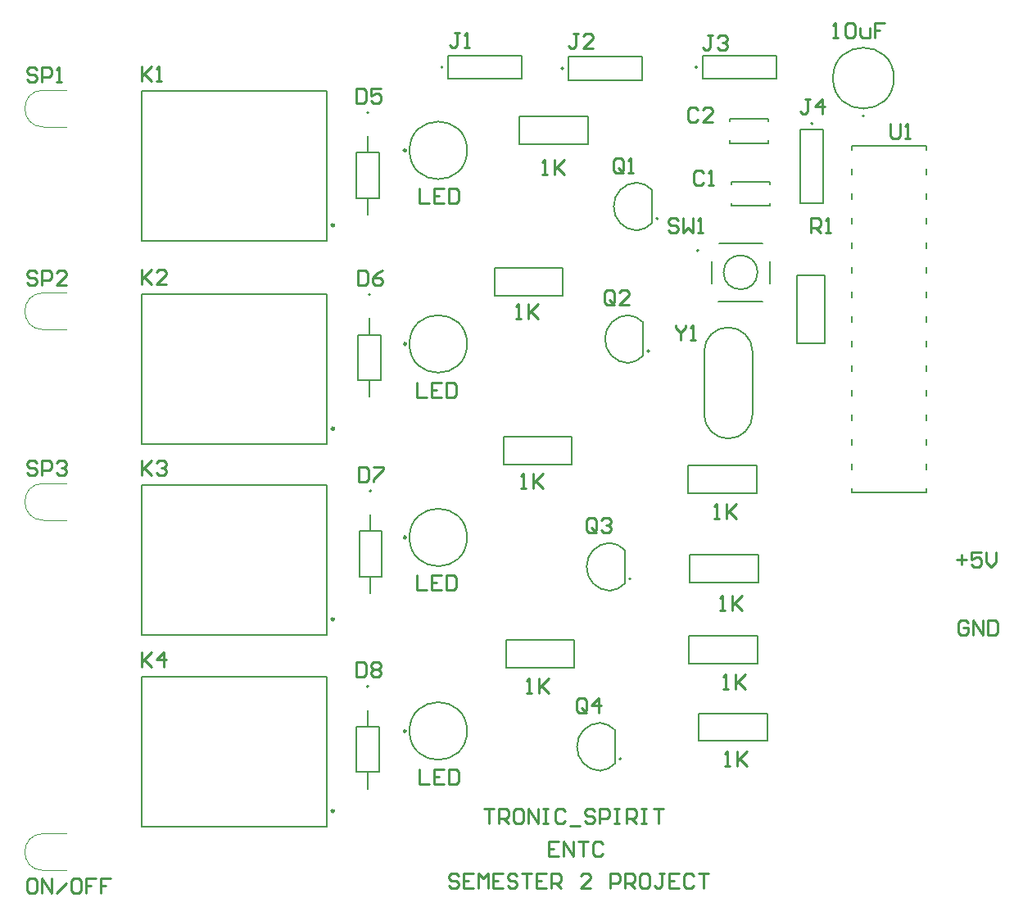
<source format=gto>
G04*
G04 #@! TF.GenerationSoftware,Altium Limited,Altium Designer,24.4.1 (13)*
G04*
G04 Layer_Color=65535*
%FSLAX44Y44*%
%MOMM*%
G71*
G04*
G04 #@! TF.SameCoordinates,55CC3119-2231-4384-B402-45A8E2456881*
G04*
G04*
G04 #@! TF.FilePolarity,Positive*
G04*
G01*
G75*
%ADD10C,0.2000*%
%ADD11C,0.1270*%
%ADD12C,0.1500*%
%ADD13C,0.2500*%
%ADD14C,0.3000*%
%ADD15C,0.1000*%
%ADD16C,0.1524*%
%ADD17C,0.2540*%
D10*
X361000Y870000D02*
G03*
X361000Y870000I-1000J0D01*
G01*
X363000Y682000D02*
G03*
X363000Y682000I-1000J0D01*
G01*
X364000Y479000D02*
G03*
X364000Y479000I-1000J0D01*
G01*
X361000Y277000D02*
G03*
X361000Y277000I-1000J0D01*
G01*
X660050Y760500D02*
G03*
X660050Y760500I-1000J0D01*
G01*
X651050Y623500D02*
G03*
X651050Y623500I-1000J0D01*
G01*
X632050Y388200D02*
G03*
X632050Y388200I-1000J0D01*
G01*
X622050Y202200D02*
G03*
X622050Y202200I-1000J0D01*
G01*
X873490Y866640D02*
G03*
X873490Y866640I-1000J0D01*
G01*
X437730Y917070D02*
G03*
X437730Y917070I-1000J0D01*
G01*
X562190Y915800D02*
G03*
X562190Y915800I-1000J0D01*
G01*
X700620Y917070D02*
G03*
X700620Y917070I-1000J0D01*
G01*
X820150Y858800D02*
G03*
X820150Y858800I-1000J0D01*
G01*
X702040Y727480D02*
G03*
X702040Y727480I-1000J0D01*
G01*
X735650Y796010D02*
Y798760D01*
Y773760D02*
Y776510D01*
Y773760D02*
X775650D01*
Y796010D02*
Y798760D01*
Y773760D02*
Y776510D01*
X735650Y798760D02*
X775650D01*
X734380Y860780D02*
Y863530D01*
Y838530D02*
Y841280D01*
Y838530D02*
X774380D01*
Y860780D02*
Y863530D01*
Y838530D02*
Y841280D01*
X734380Y863530D02*
X774380D01*
D11*
X653688Y790316D02*
G03*
X638424Y797761I-17330J-16160D01*
G01*
X638398Y797748D02*
G03*
X614352Y772848I427J-24473D01*
G01*
Y773152D02*
G03*
X638398Y748252I24473J-427D01*
G01*
X638424Y748239D02*
G03*
X653688Y755684I-2065J23605D01*
G01*
X629424Y611239D02*
G03*
X644688Y618684I-2065J23605D01*
G01*
X605352Y636152D02*
G03*
X629398Y611252I24473J-427D01*
G01*
Y660748D02*
G03*
X605352Y635848I427J-24473D01*
G01*
X644688Y653316D02*
G03*
X629424Y660761I-17330J-16160D01*
G01*
X625688Y418016D02*
G03*
X610424Y425461I-17330J-16160D01*
G01*
X610398Y425448D02*
G03*
X586352Y400548I427J-24473D01*
G01*
Y400852D02*
G03*
X610398Y375952I24473J-427D01*
G01*
X610424Y375939D02*
G03*
X625688Y383384I-2065J23605D01*
G01*
X600424Y189939D02*
G03*
X615688Y197384I-2065J23605D01*
G01*
X576352Y214852D02*
G03*
X600398Y189952I24473J-427D01*
G01*
Y239448D02*
G03*
X576352Y214548I427J-24473D01*
G01*
X615688Y232016D02*
G03*
X600424Y239461I-17330J-16160D01*
G01*
X732790Y648180D02*
G03*
X707790Y623180I0J-25000D01*
G01*
X757790D02*
G03*
X732790Y648180I-25000J0D01*
G01*
X707790Y558180D02*
G03*
X732790Y533180I25000J0D01*
G01*
D02*
G03*
X757790Y558180I0J25000D01*
G01*
X903990Y905640D02*
G03*
X903990Y905640I-31500J0D01*
G01*
X763040Y704980D02*
G03*
X763040Y704980I-17550J0D01*
G01*
X371750Y781500D02*
Y828500D01*
X360000Y781500D02*
X371750D01*
X348250D02*
X360000D01*
X348250D02*
Y828500D01*
X360000D01*
X371750D01*
X360000Y764350D02*
Y781500D01*
Y828500D02*
Y845650D01*
X373750Y593500D02*
Y640500D01*
X362000Y593500D02*
X373750D01*
X350250D02*
X362000D01*
X350250D02*
Y640500D01*
X362000D01*
X373750D01*
X362000Y576350D02*
Y593500D01*
Y640500D02*
Y657650D01*
X374750Y390500D02*
Y437500D01*
X363000Y390500D02*
X374750D01*
X351250D02*
X363000D01*
X351250D02*
Y437500D01*
X363000D01*
X374750D01*
X363000Y373350D02*
Y390500D01*
Y437500D02*
Y454650D01*
X371750Y188500D02*
Y235500D01*
X360000Y188500D02*
X371750D01*
X348250D02*
X360000D01*
X348250D02*
Y235500D01*
X360000D01*
X371750D01*
X360000Y171350D02*
Y188500D01*
Y235500D02*
Y252650D01*
X653750Y755750D02*
Y790250D01*
X644750Y618750D02*
Y653250D01*
X625750Y383450D02*
Y417950D01*
X615750Y197450D02*
Y231950D01*
X707790Y558180D02*
Y623180D01*
X757790Y558180D02*
Y623180D01*
X443230Y905020D02*
Y929120D01*
X519430Y905020D02*
Y929120D01*
X443230D02*
X519430D01*
X443230Y905020D02*
X519430D01*
X567690Y903750D02*
Y927850D01*
X643890Y903750D02*
Y927850D01*
X567690D02*
X643890D01*
X567690Y903750D02*
X643890D01*
X706120Y905020D02*
Y929120D01*
X782320Y905020D02*
Y929120D01*
X706120D02*
X782320D01*
X706120Y905020D02*
X782320D01*
X807100Y852300D02*
X831200D01*
X807100Y776100D02*
X831200D01*
Y852300D01*
X807100Y776100D02*
Y852300D01*
X317500Y527230D02*
Y682230D01*
X126500Y527230D02*
X317500D01*
X126500D02*
Y682230D01*
X317500D01*
Y330380D02*
Y485380D01*
X126500Y330380D02*
X317500D01*
X126500D02*
Y485380D01*
X317500D01*
Y132260D02*
Y287260D01*
X126500Y132260D02*
X317500D01*
X126500D02*
Y287260D01*
X317500D01*
Y737400D02*
Y892400D01*
X126500Y737400D02*
X317500D01*
X126500D02*
Y892400D01*
X317500D01*
X723490Y734930D02*
X768490D01*
X775490Y693480D02*
Y716480D01*
X722490Y675030D02*
X768490D01*
X715540Y693480D02*
Y716480D01*
D12*
X462750Y831000D02*
G03*
X462750Y831000I-29750J0D01*
G01*
Y431000D02*
G03*
X462750Y431000I-29750J0D01*
G01*
Y231000D02*
G03*
X462750Y231000I-29750J0D01*
G01*
Y631000D02*
G03*
X462750Y631000I-29750J0D01*
G01*
D13*
X399750Y831000D02*
G03*
X399750Y831000I-1250J0D01*
G01*
Y431000D02*
G03*
X399750Y431000I-1250J0D01*
G01*
Y231000D02*
G03*
X399750Y231000I-1250J0D01*
G01*
Y631000D02*
G03*
X399750Y631000I-1250J0D01*
G01*
D14*
X325000Y543540D02*
G03*
X325000Y543540I-1000J0D01*
G01*
Y346690D02*
G03*
X325000Y346690I-1000J0D01*
G01*
Y148570D02*
G03*
X325000Y148570I-1000J0D01*
G01*
Y753710D02*
G03*
X325000Y753710I-1000J0D01*
G01*
D15*
X24660Y893280D02*
G03*
X24660Y855280I0J-19000D01*
G01*
Y683730D02*
G03*
X24660Y645730I0J-19000D01*
G01*
Y486880D02*
G03*
X24660Y448880I0J-19000D01*
G01*
Y124930D02*
G03*
X24660Y86930I0J-19000D01*
G01*
Y893280D02*
X48790D01*
X24660Y855280D02*
X48790D01*
X24660Y683730D02*
X48790D01*
X24660Y645730D02*
X48790D01*
X24660Y486880D02*
X48790D01*
X24660Y448880D02*
X48790D01*
X24660Y124930D02*
X48790D01*
X24660Y86930D02*
X48790D01*
D16*
X937895Y806331D02*
Y811909D01*
Y780931D02*
Y786509D01*
Y755531D02*
Y761109D01*
Y730131D02*
Y735709D01*
Y704731D02*
Y710309D01*
Y679331D02*
Y684909D01*
Y653931D02*
Y659509D01*
Y628531D02*
Y634109D01*
Y603131D02*
Y608709D01*
Y577731D02*
Y583309D01*
Y552331D02*
Y557909D01*
Y526931D02*
Y532509D01*
Y501531D02*
Y507109D01*
X860425Y477650D02*
Y481709D01*
Y501531D02*
Y507109D01*
Y526931D02*
Y532509D01*
Y552331D02*
Y557909D01*
Y577731D02*
Y583309D01*
Y603131D02*
Y608709D01*
Y628531D02*
Y634109D01*
Y653931D02*
Y659509D01*
Y679331D02*
Y684909D01*
Y704731D02*
Y710309D01*
Y730131D02*
Y735709D01*
Y755531D02*
Y761109D01*
Y780931D02*
Y786509D01*
Y806331D02*
Y811889D01*
Y831751D02*
Y835790D01*
X937895D01*
Y477650D02*
Y481709D01*
X860425Y477650D02*
X937895D01*
Y831731D02*
Y835790D01*
X803529Y702186D02*
X832231D01*
Y631574D02*
Y702186D01*
X803529Y631574D02*
X832231D01*
X803529D02*
Y702186D01*
X491114Y680649D02*
Y709351D01*
X561726D01*
Y680649D02*
Y709351D01*
X491114Y680649D02*
X561726D01*
X500274Y506649D02*
Y535351D01*
X570886D01*
Y506649D02*
Y535351D01*
X500274Y506649D02*
X570886D01*
X503274Y296649D02*
Y325351D01*
X573886D01*
Y296649D02*
Y325351D01*
X503274Y296649D02*
X573886D01*
X517114Y837649D02*
Y866351D01*
X587726D01*
Y837649D02*
Y866351D01*
X517114Y837649D02*
X587726D01*
X691274Y476649D02*
Y505351D01*
X761886D01*
Y476649D02*
Y505351D01*
X691274Y476649D02*
X761886D01*
X693114Y384649D02*
Y413351D01*
X763726D01*
Y384649D02*
Y413351D01*
X693114Y384649D02*
X763726D01*
X692114Y300649D02*
Y329351D01*
X762726D01*
Y300649D02*
Y329351D01*
X692114Y300649D02*
X762726D01*
X702274Y220649D02*
Y249351D01*
X772886D01*
Y220649D02*
Y249351D01*
X702274Y220649D02*
X772886D01*
D17*
X413687Y791618D02*
Y776383D01*
X423843D01*
X439078Y791618D02*
X428922D01*
Y776383D01*
X439078D01*
X428922Y784000D02*
X434000D01*
X444157Y791618D02*
Y776383D01*
X451774D01*
X454313Y778922D01*
Y789078D01*
X451774Y791618D01*
X444157D01*
X413687Y191618D02*
Y176383D01*
X423843D01*
X439078Y191618D02*
X428922D01*
Y176383D01*
X439078D01*
X428922Y184000D02*
X434000D01*
X444157Y191618D02*
Y176383D01*
X451774D01*
X454313Y178922D01*
Y189078D01*
X451774Y191618D01*
X444157D01*
X410687Y391618D02*
Y376382D01*
X420843D01*
X436078Y391618D02*
X425922D01*
Y376382D01*
X436078D01*
X425922Y384000D02*
X431000D01*
X441157Y391618D02*
Y376382D01*
X448774D01*
X451313Y378922D01*
Y389078D01*
X448774Y391618D01*
X441157D01*
X410687Y590617D02*
Y575382D01*
X420843D01*
X436078Y590617D02*
X425922D01*
Y575382D01*
X436078D01*
X425922Y583000D02*
X431000D01*
X441157Y590617D02*
Y575382D01*
X448774D01*
X451313Y577922D01*
Y588078D01*
X448774Y590617D01*
X441157D01*
X126238Y510919D02*
Y495684D01*
Y500762D01*
X136395Y510919D01*
X128777Y503302D01*
X136395Y495684D01*
X141473Y508380D02*
X144012Y510919D01*
X149091D01*
X151630Y508380D01*
Y505841D01*
X149091Y503302D01*
X146551D01*
X149091D01*
X151630Y500762D01*
Y498223D01*
X149091Y495684D01*
X144012D01*
X141473Y498223D01*
X729574Y194382D02*
X734652D01*
X732113D01*
Y209618D01*
X729574Y207078D01*
X742270Y209618D02*
Y194382D01*
Y199461D01*
X752426Y209618D01*
X744809Y202000D01*
X752426Y194382D01*
X727574Y274382D02*
X732652D01*
X730113D01*
Y289618D01*
X727574Y287078D01*
X740270Y289618D02*
Y274382D01*
Y279461D01*
X750426Y289618D01*
X742809Y282000D01*
X750426Y274382D01*
X724574Y355382D02*
X729652D01*
X727113D01*
Y370617D01*
X724574Y368078D01*
X737270Y370617D02*
Y355382D01*
Y360461D01*
X747426Y370617D01*
X739809Y363000D01*
X747426Y355382D01*
X718574Y450382D02*
X723652D01*
X721113D01*
Y465617D01*
X718574Y463078D01*
X731270Y465617D02*
Y450382D01*
Y455461D01*
X741426Y465617D01*
X733809Y458000D01*
X741426Y450382D01*
X524574Y270382D02*
X529652D01*
X527113D01*
Y285618D01*
X524574Y283078D01*
X537270Y285618D02*
Y270382D01*
Y275461D01*
X547426Y285618D01*
X539809Y278000D01*
X547426Y270382D01*
X518574Y481382D02*
X523652D01*
X521113D01*
Y496618D01*
X518574Y494078D01*
X531270Y496618D02*
Y481382D01*
Y486461D01*
X541426Y496618D01*
X533809Y489000D01*
X541426Y481382D01*
X513574Y657383D02*
X518652D01*
X516113D01*
Y672617D01*
X513574Y670078D01*
X526270Y672617D02*
Y657383D01*
Y662461D01*
X536426Y672617D01*
X528809Y665000D01*
X536426Y657383D01*
X540574Y806383D02*
X545652D01*
X543113D01*
Y821618D01*
X540574Y819078D01*
X553270Y821618D02*
Y806383D01*
Y811461D01*
X563426Y821618D01*
X555809Y814000D01*
X563426Y806383D01*
X126238Y707769D02*
Y692534D01*
Y697612D01*
X136395Y707769D01*
X128777Y700152D01*
X136395Y692534D01*
X151630D02*
X141473D01*
X151630Y702691D01*
Y705230D01*
X149091Y707769D01*
X144012D01*
X141473Y705230D01*
X596389Y438279D02*
Y448436D01*
X593849Y450975D01*
X588771D01*
X586232Y448436D01*
Y438279D01*
X588771Y435740D01*
X593849D01*
X591310Y440818D02*
X596389Y435740D01*
X593849D02*
X596389Y438279D01*
X601467Y448436D02*
X604006Y450975D01*
X609085D01*
X611624Y448436D01*
Y445897D01*
X609085Y443358D01*
X606545D01*
X609085D01*
X611624Y440818D01*
Y438279D01*
X609085Y435740D01*
X604006D01*
X601467Y438279D01*
X453697Y81236D02*
X451157Y83775D01*
X446079D01*
X443540Y81236D01*
Y78697D01*
X446079Y76157D01*
X451157D01*
X453697Y73618D01*
Y71079D01*
X451157Y68540D01*
X446079D01*
X443540Y71079D01*
X468932Y83775D02*
X458775D01*
Y68540D01*
X468932D01*
X458775Y76157D02*
X463853D01*
X474010Y68540D02*
Y83775D01*
X479089Y78697D01*
X484167Y83775D01*
Y68540D01*
X499402Y83775D02*
X489245D01*
Y68540D01*
X499402D01*
X489245Y76157D02*
X494324D01*
X514637Y81236D02*
X512098Y83775D01*
X507020D01*
X504480Y81236D01*
Y78697D01*
X507020Y76157D01*
X512098D01*
X514637Y73618D01*
Y71079D01*
X512098Y68540D01*
X507020D01*
X504480Y71079D01*
X519715Y83775D02*
X529872D01*
X524794D01*
Y68540D01*
X545107Y83775D02*
X534950D01*
Y68540D01*
X545107D01*
X534950Y76157D02*
X540029D01*
X550186Y68540D02*
Y83775D01*
X557803D01*
X560342Y81236D01*
Y76157D01*
X557803Y73618D01*
X550186D01*
X555264D02*
X560342Y68540D01*
X590812D02*
X580656D01*
X590812Y78697D01*
Y81236D01*
X588273Y83775D01*
X583195D01*
X580656Y81236D01*
X611126Y68540D02*
Y83775D01*
X618743D01*
X621283Y81236D01*
Y76157D01*
X618743Y73618D01*
X611126D01*
X626361Y68540D02*
Y83775D01*
X633978D01*
X636518Y81236D01*
Y76157D01*
X633978Y73618D01*
X626361D01*
X631439D02*
X636518Y68540D01*
X649213Y83775D02*
X644135D01*
X641596Y81236D01*
Y71079D01*
X644135Y68540D01*
X649213D01*
X651753Y71079D01*
Y81236D01*
X649213Y83775D01*
X666988D02*
X661909D01*
X664449D01*
Y71079D01*
X661909Y68540D01*
X659370D01*
X656831Y71079D01*
X682223Y83775D02*
X672066D01*
Y68540D01*
X682223D01*
X672066Y76157D02*
X677144D01*
X697458Y81236D02*
X694919Y83775D01*
X689840D01*
X687301Y81236D01*
Y71079D01*
X689840Y68540D01*
X694919D01*
X697458Y71079D01*
X702536Y83775D02*
X712693D01*
X707615D01*
Y68540D01*
X480540Y150314D02*
X490697D01*
X485618D01*
Y135079D01*
X495775D02*
Y150314D01*
X503393D01*
X505932Y147775D01*
Y142697D01*
X503393Y140157D01*
X495775D01*
X500853D02*
X505932Y135079D01*
X518628Y150314D02*
X513549D01*
X511010Y147775D01*
Y137618D01*
X513549Y135079D01*
X518628D01*
X521167Y137618D01*
Y147775D01*
X518628Y150314D01*
X526245Y135079D02*
Y150314D01*
X536402Y135079D01*
Y150314D01*
X541480D02*
X546559D01*
X544020D01*
Y135079D01*
X541480D01*
X546559D01*
X564333Y147775D02*
X561794Y150314D01*
X556715D01*
X554176Y147775D01*
Y137618D01*
X556715Y135079D01*
X561794D01*
X564333Y137618D01*
X569411Y132540D02*
X579568D01*
X594803Y147775D02*
X592264Y150314D01*
X587186D01*
X584646Y147775D01*
Y145236D01*
X587186Y142697D01*
X592264D01*
X594803Y140157D01*
Y137618D01*
X592264Y135079D01*
X587186D01*
X584646Y137618D01*
X599881Y135079D02*
Y150314D01*
X607499D01*
X610038Y147775D01*
Y142697D01*
X607499Y140157D01*
X599881D01*
X615117Y150314D02*
X620195D01*
X617656D01*
Y135079D01*
X615117D01*
X620195D01*
X627812D02*
Y150314D01*
X635430D01*
X637969Y147775D01*
Y142697D01*
X635430Y140157D01*
X627812D01*
X632891D02*
X637969Y135079D01*
X643047Y150314D02*
X648126D01*
X645587D01*
Y135079D01*
X643047D01*
X648126D01*
X655743Y150314D02*
X665900D01*
X660822D01*
Y135079D01*
X557697Y116775D02*
X547540D01*
Y101540D01*
X557697D01*
X547540Y109157D02*
X552618D01*
X562775Y101540D02*
Y116775D01*
X572932Y101540D01*
Y116775D01*
X578010D02*
X588167D01*
X583088D01*
Y101540D01*
X603402Y114236D02*
X600863Y116775D01*
X595784D01*
X593245Y114236D01*
Y104079D01*
X595784Y101540D01*
X600863D01*
X603402Y104079D01*
X126238Y918081D02*
Y902846D01*
Y907924D01*
X136395Y918081D01*
X128777Y910463D01*
X136395Y902846D01*
X141473D02*
X146551D01*
X144012D01*
Y918081D01*
X141473Y915542D01*
X347980Y894967D02*
Y879732D01*
X355597D01*
X358137Y882271D01*
Y892428D01*
X355597Y894967D01*
X347980D01*
X373372D02*
X363215D01*
Y887349D01*
X368293Y889889D01*
X370833D01*
X373372Y887349D01*
Y882271D01*
X370833Y879732D01*
X365754D01*
X363215Y882271D01*
X624329Y810643D02*
Y820800D01*
X621790Y823339D01*
X616711D01*
X614172Y820800D01*
Y810643D01*
X616711Y808104D01*
X621790D01*
X619250Y813182D02*
X624329Y808104D01*
X621790D02*
X624329Y810643D01*
X629407Y808104D02*
X634485D01*
X631946D01*
Y823339D01*
X629407Y820800D01*
X350012Y706753D02*
Y691518D01*
X357630D01*
X360169Y694057D01*
Y704214D01*
X357630Y706753D01*
X350012D01*
X375404D02*
X370325Y704214D01*
X365247Y699136D01*
Y694057D01*
X367786Y691518D01*
X372865D01*
X375404Y694057D01*
Y696596D01*
X372865Y699136D01*
X365247D01*
X615185Y673737D02*
Y683894D01*
X612645Y686433D01*
X607567D01*
X605028Y683894D01*
Y673737D01*
X607567Y671198D01*
X612645D01*
X610106Y676276D02*
X615185Y671198D01*
X612645D02*
X615185Y673737D01*
X630420Y671198D02*
X620263D01*
X630420Y681355D01*
Y683894D01*
X627881Y686433D01*
X622802D01*
X620263Y683894D01*
X351028Y503807D02*
Y488572D01*
X358646D01*
X361185Y491111D01*
Y501268D01*
X358646Y503807D01*
X351028D01*
X366263D02*
X376420D01*
Y501268D01*
X366263Y491111D01*
Y488572D01*
X347980Y301877D02*
Y286642D01*
X355597D01*
X358137Y289181D01*
Y299338D01*
X355597Y301877D01*
X347980D01*
X363215Y299338D02*
X365754Y301877D01*
X370833D01*
X373372Y299338D01*
Y296799D01*
X370833Y294259D01*
X373372Y291720D01*
Y289181D01*
X370833Y286642D01*
X365754D01*
X363215Y289181D01*
Y291720D01*
X365754Y294259D01*
X363215Y296799D01*
Y299338D01*
X365754Y294259D02*
X370833D01*
X586229Y252351D02*
Y262508D01*
X583689Y265047D01*
X578611D01*
X576072Y262508D01*
Y252351D01*
X578611Y249812D01*
X583689D01*
X581150Y254890D02*
X586229Y249812D01*
X583689D02*
X586229Y252351D01*
X598925Y249812D02*
Y265047D01*
X591307Y257430D01*
X601464D01*
X980843Y343078D02*
X978304Y345617D01*
X973226D01*
X970687Y343078D01*
Y332922D01*
X973226Y330382D01*
X978304D01*
X980843Y332922D01*
Y338000D01*
X975765D01*
X985922Y330382D02*
Y345617D01*
X996078Y330382D01*
Y345617D01*
X1001157D02*
Y330382D01*
X1008774D01*
X1011313Y332922D01*
Y343078D01*
X1008774Y345617D01*
X1001157D01*
X968687Y408000D02*
X978843D01*
X973765Y413078D02*
Y402922D01*
X994078Y415617D02*
X983922D01*
Y408000D01*
X989000Y410539D01*
X991539D01*
X994078Y408000D01*
Y402922D01*
X991539Y400382D01*
X986461D01*
X983922Y402922D01*
X999157Y415617D02*
Y405461D01*
X1004235Y400382D01*
X1009313Y405461D01*
Y415617D01*
X840740Y947550D02*
X845818D01*
X843279D01*
Y962785D01*
X840740Y960246D01*
X853436D02*
X855975Y962785D01*
X861053D01*
X863593Y960246D01*
Y950089D01*
X861053Y947550D01*
X855975D01*
X853436Y950089D01*
Y960246D01*
X868671Y957707D02*
Y950089D01*
X871210Y947550D01*
X878828D01*
Y957707D01*
X894063Y962785D02*
X883906D01*
Y955167D01*
X888984D01*
X883906D01*
Y947550D01*
X15237Y78865D02*
X10159D01*
X7620Y76326D01*
Y66169D01*
X10159Y63630D01*
X15237D01*
X17777Y66169D01*
Y76326D01*
X15237Y78865D01*
X22855Y63630D02*
Y78865D01*
X33012Y63630D01*
Y78865D01*
X38090Y63630D02*
X48247Y73787D01*
X60943Y78865D02*
X55864D01*
X53325Y76326D01*
Y66169D01*
X55864Y63630D01*
X60943D01*
X63482Y66169D01*
Y76326D01*
X60943Y78865D01*
X78717D02*
X68560D01*
Y71248D01*
X73639D01*
X68560D01*
Y63630D01*
X93952Y78865D02*
X83795D01*
Y71248D01*
X88874D01*
X83795D01*
Y63630D01*
X17777Y507618D02*
X15237Y510157D01*
X10159D01*
X7620Y507618D01*
Y505079D01*
X10159Y502539D01*
X15237D01*
X17777Y500000D01*
Y497461D01*
X15237Y494922D01*
X10159D01*
X7620Y497461D01*
X22855Y494922D02*
Y510157D01*
X30473D01*
X33012Y507618D01*
Y502539D01*
X30473Y500000D01*
X22855D01*
X38090Y507618D02*
X40629Y510157D01*
X45708D01*
X48247Y507618D01*
Y505079D01*
X45708Y502539D01*
X43169D01*
X45708D01*
X48247Y500000D01*
Y497461D01*
X45708Y494922D01*
X40629D01*
X38090Y497461D01*
X17777Y704468D02*
X15237Y707007D01*
X10159D01*
X7620Y704468D01*
Y701929D01*
X10159Y699389D01*
X15237D01*
X17777Y696850D01*
Y694311D01*
X15237Y691772D01*
X10159D01*
X7620Y694311D01*
X22855Y691772D02*
Y707007D01*
X30473D01*
X33012Y704468D01*
Y699389D01*
X30473Y696850D01*
X22855D01*
X48247Y691772D02*
X38090D01*
X48247Y701929D01*
Y704468D01*
X45708Y707007D01*
X40629D01*
X38090Y704468D01*
X17777Y914018D02*
X15237Y916557D01*
X10159D01*
X7620Y914018D01*
Y911479D01*
X10159Y908940D01*
X15237D01*
X17777Y906400D01*
Y903861D01*
X15237Y901322D01*
X10159D01*
X7620Y903861D01*
X22855Y901322D02*
Y916557D01*
X30473D01*
X33012Y914018D01*
Y908940D01*
X30473Y906400D01*
X22855D01*
X38090Y901322D02*
X43169D01*
X40629D01*
Y916557D01*
X38090Y914018D01*
X678183Y650368D02*
Y647828D01*
X683262Y642750D01*
X688340Y647828D01*
Y650368D01*
X683262Y642750D02*
Y635132D01*
X693418D02*
X698497D01*
X695958D01*
Y650368D01*
X693418Y647828D01*
X900433Y858648D02*
Y845952D01*
X902972Y843412D01*
X908051D01*
X910590Y845952D01*
Y858648D01*
X915668Y843412D02*
X920747D01*
X918208D01*
Y858648D01*
X915668Y856108D01*
X680723Y758318D02*
X678183Y760857D01*
X673105D01*
X670566Y758318D01*
Y755779D01*
X673105Y753240D01*
X678183D01*
X680723Y750701D01*
Y748162D01*
X678183Y745622D01*
X673105D01*
X670566Y748162D01*
X685801Y760857D02*
Y745622D01*
X690879Y750701D01*
X695958Y745622D01*
Y760857D01*
X701036Y745622D02*
X706114D01*
X703575D01*
Y760857D01*
X701036Y758318D01*
X817883Y745622D02*
Y760857D01*
X825501D01*
X828040Y758318D01*
Y753240D01*
X825501Y750701D01*
X817883D01*
X822962D02*
X828040Y745622D01*
X833118D02*
X838197D01*
X835658D01*
Y760857D01*
X833118Y758318D01*
X126238Y312799D02*
Y297564D01*
Y302642D01*
X136395Y312799D01*
X128777Y305182D01*
X136395Y297564D01*
X149091D02*
Y312799D01*
X141473Y305182D01*
X151630D01*
X817115Y883537D02*
X812036D01*
X814576D01*
Y870841D01*
X812036Y868302D01*
X809497D01*
X806958Y870841D01*
X829811Y868302D02*
Y883537D01*
X822193Y875919D01*
X832350D01*
X716281Y950088D02*
X711202D01*
X713742D01*
Y937392D01*
X711202Y934853D01*
X708663D01*
X706124Y937392D01*
X721359Y947548D02*
X723898Y950088D01*
X728977D01*
X731516Y947548D01*
Y945009D01*
X728977Y942470D01*
X726438D01*
X728977D01*
X731516Y939931D01*
Y937392D01*
X728977Y934853D01*
X723898D01*
X721359Y937392D01*
X577851Y951357D02*
X572772D01*
X575312D01*
Y938662D01*
X572772Y936123D01*
X570233D01*
X567694Y938662D01*
X593086Y936123D02*
X582929D01*
X593086Y946279D01*
Y948818D01*
X590547Y951357D01*
X585468D01*
X582929Y948818D01*
X454660Y952627D02*
X449582D01*
X452121D01*
Y939932D01*
X449582Y937393D01*
X447043D01*
X444503Y939932D01*
X459738Y937393D02*
X464817D01*
X462278D01*
Y952627D01*
X459738Y950088D01*
X701041Y872618D02*
X698502Y875157D01*
X693423D01*
X690884Y872618D01*
Y862462D01*
X693423Y859922D01*
X698502D01*
X701041Y862462D01*
X716276Y859922D02*
X706119D01*
X716276Y870079D01*
Y872618D01*
X713737Y875157D01*
X708658D01*
X706119Y872618D01*
X707390Y807848D02*
X704851Y810387D01*
X699772D01*
X697233Y807848D01*
Y797692D01*
X699772Y795153D01*
X704851D01*
X707390Y797692D01*
X712468Y795153D02*
X717547D01*
X715008D01*
Y810387D01*
X712468Y807848D01*
M02*

</source>
